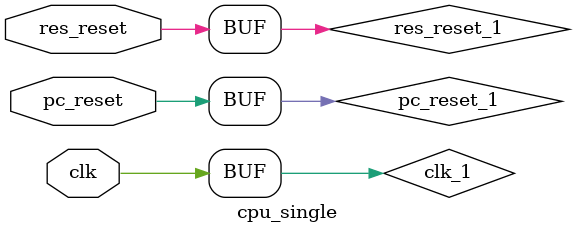
<source format=v>
`timescale 1ns / 1ps


module cpu_single
   (clk,
    pc_reset,
    res_reset);


  input clk;
  input pc_reset;
  input res_reset;

  wire [31:0]alu_bd_1_Result;
  wire alu_bd_1_Zero;
  wire [0:0]andgate_0_c;
  wire [0:0]andgate_1_c;
  wire clk_1;
  wire [31:0]dist_mem_gen_0_spo;
  wire [31:0]dist_mem_gen_1_spo;
  wire [31:0]input16_0_out;
  wire [4:0]input31_0_out;
  wire [4:0]instruct_split_0_inst_10_6;
  wire [15:0]instruct_split_0_inst_15_0;
  wire [4:0]instruct_split_0_inst_15_11;
  wire [4:0]instruct_split_0_inst_20_16;
  wire [25:0]instruct_split_0_inst_25_0;
  wire [4:0]instruct_split_0_inst_25_21;
  wire [5:0]instruct_split_0_inst_31_26;
  wire [5:0]instruct_split_0_inst_5_0;
  wire [4:0]mux2to1_0_q;
  wire [4:0]mux2to1_1_q;
  wire [31:0]mux2to1_2_q;
  wire [31:0]mux2to1_3_q;
  wire [31:0]mux2to1_4_q;
  wire [31:0]mux2to1_5_q;
  wire [31:0]mux2to1_6_q;
  wire [31:0]mux2to1_7_q;
  wire [31:0]mux2to1_8_q;
  wire [31:0]mux2to1_9_q;
  wire [3:0]my_control_0_ALUctr;
  wire my_control_0_ALUsrc;
  wire my_control_0_Branch;
  wire my_control_0_Extop;
  wire my_control_0_MemToReg;
  wire my_control_0_MemWrite;
  wire my_control_0_RegDst;
  wire my_control_0_RegWrite;
  wire my_control_0_ShiftShamt;
  wire my_control_0_jal;
  wire my_control_0_jmp;
  wire my_control_0_jrn;
  wire my_control_0_lui;
  wire my_control_0_nBranch;
  wire [31:0]my_expand32_0_out_31_0;
  wire [31:0]my_expand32_1_out_31_0;
  wire [31:0]my_expend_0_im_31_0;
  wire [31:0]my_pc_0_pc_add4;
  wire [31:0]my_pc_0_pc_out;
  wire [31:0]my_reg_0_Qa;
  wire [31:0]my_reg_0_Qb;
  wire [15:0]my_right_shift2_0_Result;
  wire [25:0]my_shift2_0_out;
  wire [31:0]my_shift2_1_out;
  wire [31:0]my_simple_add_0_sum;
  wire [0:0]notgate_0_c;
  wire [0:0]orgate_0_c;
  wire pc_reset_1;
  wire res_reset_1;
  wire [0:0]xorgate_0_c;

  assign clk_1 = clk;
  assign pc_reset_1 = pc_reset;
  assign res_reset_1 = res_reset;
  alu_impl alu_bd_1
       (.A(mux2to1_8_q),
        .ALUctr(my_control_0_ALUctr),
        .B(mux2to1_2_q),
        .Result(alu_bd_1_Result),
        .Zero(alu_bd_1_Zero));
  andgate andgate_0
       (.a(alu_bd_1_Zero),
        .b(my_control_0_Branch),
        .c(andgate_0_c));
  andgate andgate_1
       (.a(notgate_0_c),
        .b(my_control_0_nBranch),
        .c(andgate_1_c));
  dist_mem_gen_0 dist_mem_gen_0
       (.a(my_right_shift2_0_Result),
        .spo(dist_mem_gen_0_spo));
  dist_mem_gen_ram dist_mem_gen_1
       (.a(alu_bd_1_Result[15:0]),
        .clk(clk_1),
        .d(my_reg_0_Qb),
        .spo(dist_mem_gen_1_spo),
        .we(my_control_0_MemWrite));
  input16 input16_0
       (.out(input16_0_out));
  input31 input31_0
       (.out(input31_0_out));
  instruct_split instruct_split_0
       (.inst_10_6(instruct_split_0_inst_10_6),
        .inst_15_0(instruct_split_0_inst_15_0),
        .inst_15_11(instruct_split_0_inst_15_11),
        .inst_20_16(instruct_split_0_inst_20_16),
        .inst_25_0(instruct_split_0_inst_25_0),
        .inst_25_21(instruct_split_0_inst_25_21),
        .inst_31_0(dist_mem_gen_0_spo),
        .inst_31_26(instruct_split_0_inst_31_26),
        .inst_5_0(instruct_split_0_inst_5_0));
  mux2to1
      #(.WIDTH(5)) mux2to1_0
       (.a0(instruct_split_0_inst_20_16),
        .a1(instruct_split_0_inst_15_11),
        .q(mux2to1_0_q),
        .s(my_control_0_RegDst));
  mux2to1
      #(.WIDTH(5)) mux2to1_1
       (.a0(mux2to1_0_q),
        .a1(input31_0_out),
        .q(mux2to1_1_q),
        .s(my_control_0_jal));
  mux2to1
      #(.WIDTH(32)) mux2to1_2
       (.a0(my_reg_0_Qb),
        .a1(my_expend_0_im_31_0),
        .q(mux2to1_2_q),
        .s(my_control_0_ALUsrc));
  mux2to1
      #(.WIDTH(32)) mux2to1_3
       (.a0(alu_bd_1_Result),
        .a1(dist_mem_gen_1_spo),
        .q(mux2to1_3_q),
        .s(my_control_0_MemToReg));
  mux2to1  
      #(.WIDTH(32)) mux2to1_4 
       (.a0(mux2to1_3_q),
        .a1(my_pc_0_pc_add4),
        .q(mux2to1_4_q),
        .s(my_control_0_jal));

  mux2to1 
      #(.WIDTH(32)) mux2to1_5
       (.a0(my_pc_0_pc_add4),
        .a1(my_simple_add_0_sum),
        .q(mux2to1_5_q),
        .s(orgate_0_c));

  mux2to1 
      #(.WIDTH(32))  mux2to1_6
       (.a0(mux2to1_5_q),
        .a1(my_reg_0_Qa),
        .q(mux2to1_6_q),
        .s(my_control_0_jrn));

  mux2to1
      #(.WIDTH(32)) mux2to1_7
       (.a0(mux2to1_6_q),
        .a1(my_expand32_0_out_31_0),
        .q(mux2to1_7_q),
        .s(my_control_0_jmp));

  mux2to1
      #(.WIDTH(32)) mux2to1_8
       (.a0(my_reg_0_Qa),
        .a1(mux2to1_9_q),
        .q(mux2to1_8_q),
        .s(xorgate_0_c));

  mux2to1
      #(.WIDTH(32)) mux2to1_9
       (.a0(my_expand32_1_out_31_0),
        .a1(input16_0_out),
        .q(mux2to1_9_q),
        .s(my_control_0_lui));

  my_control my_control_0
       (.ALUctr(my_control_0_ALUctr),
        .ALUsrc(my_control_0_ALUsrc),
        .Branch(my_control_0_Branch),
        .Extop(my_control_0_Extop),
        .MemToReg(my_control_0_MemToReg),
        .MemWrite(my_control_0_MemWrite),
        .RegDst(my_control_0_RegDst),
        .RegWrite(my_control_0_RegWrite),
        .ShiftShamt(my_control_0_ShiftShamt),
        .func(instruct_split_0_inst_5_0),
        .jal(my_control_0_jal),
        .jmp(my_control_0_jmp),
        .jrn(my_control_0_jrn),
        .lui(my_control_0_lui),
        .nBranch(my_control_0_nBranch),
        .op(instruct_split_0_inst_31_26));

  my_expand32
      #(.WIDTH(26)) my_expand32_0
       (.in_WIDTH_0(my_shift2_0_out),
        .out_31_0(my_expand32_0_out_31_0));

  my_expand32
      #(.WIDTH(5)) my_expand32_1
       (.in_WIDTH_0(instruct_split_0_inst_10_6),
        .out_31_0(my_expand32_1_out_31_0));

  my_expend my_expend_0
       (.Extop(my_control_0_Extop),
        .im_15_0(instruct_split_0_inst_15_0),
        .im_31_0(my_expend_0_im_31_0));

  my_pc my_pc_0
       (.clk(clk_1),
        .pc_add4(my_pc_0_pc_add4),
        .pc_in(mux2to1_7_q),
        .pc_out(my_pc_0_pc_out),
        .reset(pc_reset_1));

  my_reg my_reg_0
       (.Qa(my_reg_0_Qa),
        .Qb(my_reg_0_Qb),
        .Ra(instruct_split_0_inst_25_21),
        .Rb(instruct_split_0_inst_20_16),
        .Rw(mux2to1_1_q),
        .WriteEnable(my_control_0_RegWrite),
        .busW(mux2to1_4_q),
        .clk(clk_1),
        .reset(res_reset_1));

  my_right_shift2 my_right_shift2_0
       (.Result(my_right_shift2_0_Result),
        .i(my_pc_0_pc_out));

  my_shift2
  #(.WIDTH(32)) my_shift2_0
       (.in(instruct_split_0_inst_25_0),
        .out(my_shift2_0_out));

  my_shift2
  #(.WIDTH(26)) my_shift2_1
       (.in(my_expend_0_im_31_0),
        .out(my_shift2_1_out));

  my_simple_add
  #(.WIDTH(32)) my_simple_add_0
       (.a(my_pc_0_pc_add4),
        .b(my_shift2_1_out),
        .sum(my_simple_add_0_sum));

  notgate notgate_0
       (.a(alu_bd_1_Zero),
        .c(notgate_0_c));

  orgate orgate_0
       (.a(andgate_0_c),
        .b(andgate_1_c),
        .c(orgate_0_c));

  xorgate xorgate_0
       (.a(my_control_0_lui),
        .b(my_control_0_ShiftShamt),
        .c(xorgate_0_c));

endmodule
</source>
